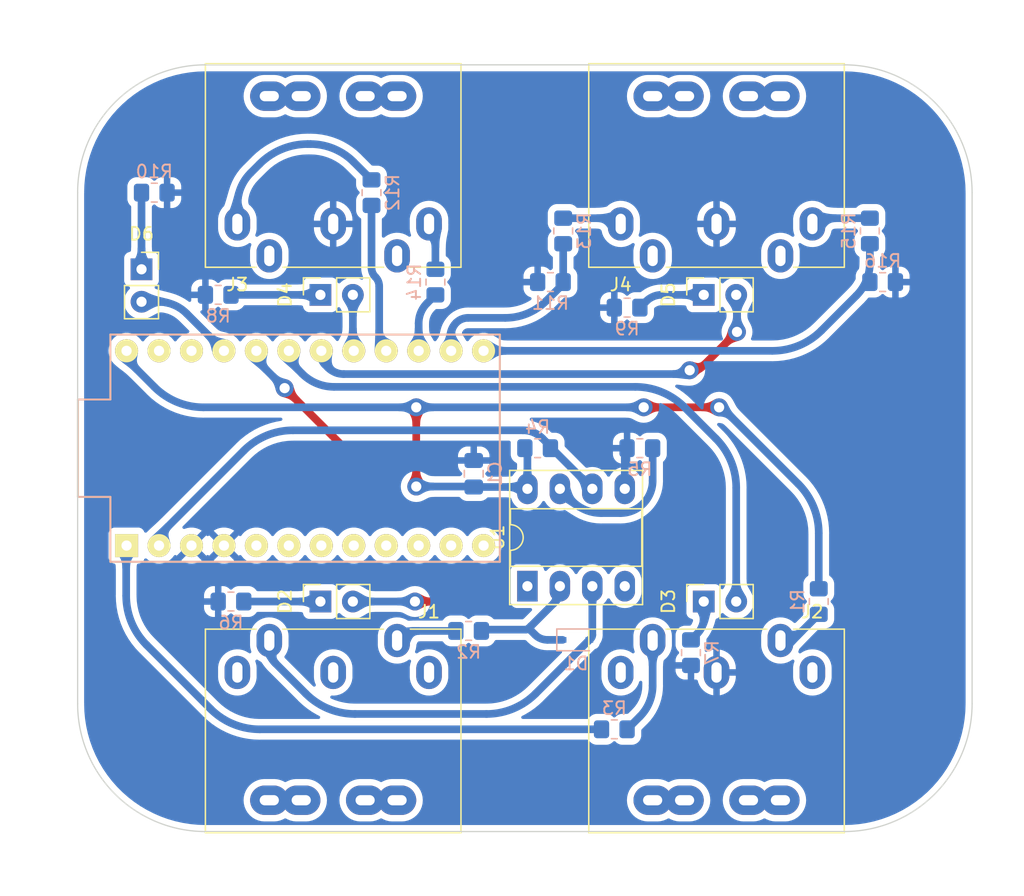
<source format=kicad_pcb>
(kicad_pcb (version 20211014) (generator pcbnew)
  (layers (0 "F.Cu" signal) (31 "B.Cu" signal) (34 "B.Paste" user) (35 "F.Paste" user) (36 "B.SilkS" user "B.Silkscreen") (37 "F.SilkS" user "F.Silkscreen") (38 "B.Mask" user) (39 "F.Mask" user) (44 "Edge.Cuts" user))
  (net 0 "")
  (net 1 "+5V")
  (net 5 "GND")
  (net 6 "Net-(D1-Pad1)")
  (net 8 "Net-(D1-Pad2)")
  (net 10 "Net-(D2-Pad1)")
  (net 12 "MIDI_IN_LED")
  (net 13 "MIDI_OUT_LED")
  (net 14 "SYNC_OUT_LED")
  (net 17 "SYNC_IN_LED")
  (net 18 "Net-(D3-Pad1)")
  (net 19 "POWER_LED")
  (net 22 "Net-(J3-Pad1)")
  (net 23 "Net-(D4-Pad1)")
  (net 25 "Net-(J3-Pad3)")
  (net 26 "Net-(D5-Pad1)")
  (net 27 "Net-(J4-Pad1)")
  (net 28 "Net-(D6-Pad1)")
  (net 29 "Net-(J4-Pad3)")
  (net 30 "Net-(J1-Pad4)")
  (net 31 "Net-(R5-Pad2)")
  (net 32 "START_IN")
  (net 41 "START_OUT")
  (net 42 "CLOCK_OUT")
  (net 43 "CLOCK_IN")
  (net 46 "Net-(J2-Pad4)")
  (net 47 "Net-(J2-Pad5)")
  (net 48 "TX")
  (net 49 "RX")
  (footprint "lib:DIN5MIDI-OOTDTY" (layer "F.Cu") (at 152.5 82.45)
    (fp_text reference "J4")
    (fp_text value "DIN-5_180degree")
  )
  (footprint "Package_DIP:DIP-8_W7.62mm_Socket_LongPads" (layer "F.Cu") (at 145.2 110.8 90)
    (fp_text reference "U1")
    (fp_text value "6N138")
  )
  (footprint "Connector_PinSocket_2.54mm:PinSocket_1x02_P2.54mm_Vertical" (layer "F.Cu") (at 159 88 90)
    (fp_text reference "D5")
    (fp_text value "LED")
  )
  (footprint "lib:DIN5MIDI-OOTDTY" (layer "F.Cu") (at 167.5 117.55 180)
    (fp_text reference "J2")
    (fp_text value "DIN-5_180degree")
  )
  (footprint "lib:promicro" (layer "F.Cu") (at 127.8 100)
    (fp_text reference "U2" hide)
    (fp_text value "ProMicro")
  )
  (footprint "Connector_PinSocket_2.54mm:PinSocket_1x02_P2.54mm_Vertical" (layer "F.Cu") (at 129 88 90)
    (fp_text reference "D4")
    (fp_text value "LED")
  )
  (footprint "Connector_PinSocket_2.54mm:PinSocket_1x02_P2.54mm_Vertical" (layer "F.Cu") (at 159 112 90)
    (fp_text reference "D3")
    (fp_text value "LED")
  )
  (footprint "Connector_PinSocket_2.54mm:PinSocket_1x02_P2.54mm_Vertical" (layer "F.Cu") (at 115 86)
    (fp_text reference "D6")
    (fp_text value "LED")
  )
  (footprint "lib:DIN5MIDI-OOTDTY" (layer "F.Cu") (at 137.5 117.55 180)
    (fp_text reference "J1")
    (fp_text value "DIN-5_180degree")
  )
  (footprint "Connector_PinSocket_2.54mm:PinSocket_1x02_P2.54mm_Vertical" (layer "F.Cu") (at 129 112 90)
    (fp_text reference "D2")
    (fp_text value "LED")
  )
  (footprint "lib:DIN5MIDI-OOTDTY" (layer "F.Cu") (at 122.5 82.45)
    (fp_text reference "J3")
    (fp_text value "DIN-5_180degree")
  )
  (footprint "Resistor_SMD:R_0805_2012Metric_Pad1.20x1.40mm_HandSolder" (layer "B.Cu") (at 133 80 90)
    (fp_text reference "R12")
    (fp_text value "220")
  )
  (footprint "Resistor_SMD:R_0805_2012Metric_Pad1.20x1.40mm_HandSolder" (layer "B.Cu") (at 122 112)
    (fp_text reference "R6")
    (fp_text value "470")
  )
  (footprint "Resistor_SMD:R_0805_2012Metric_Pad1.20x1.40mm_HandSolder" (layer "B.Cu") (at 138 87 -90)
    (fp_text reference "R14")
    (fp_text value "220")
  )
  (footprint "Resistor_SMD:R_0805_2012Metric_Pad1.20x1.40mm_HandSolder" (layer "B.Cu") (at 146 100 180)
    (fp_text reference "R4")
    (fp_text value "470")
  )
  (footprint "Resistor_SMD:R_0805_2012Metric_Pad1.20x1.40mm_HandSolder" (layer "B.Cu") (at 147 87)
    (fp_text reference "R11")
    (fp_text value "10k")
  )
  (footprint "Resistor_SMD:R_0805_2012Metric_Pad1.20x1.40mm_HandSolder" (layer "B.Cu") (at 153 89)
    (fp_text reference "R9")
    (fp_text value "470")
  )
  (footprint "Diode_SMD:D_SOD-323" (layer "B.Cu") (at 149 115)
    (fp_text reference "D1")
    (fp_text value "BAS316")
  )
  (footprint "Capacitor_SMD:C_0805_2012Metric_Pad1.18x1.45mm_HandSolder" (layer "B.Cu") (at 141 102 90)
    (fp_text reference "C1")
    (fp_text value "0.1u")
  )
  (footprint "Resistor_SMD:R_0805_2012Metric_Pad1.20x1.40mm_HandSolder" (layer "B.Cu") (at 148 83 90)
    (fp_text reference "R13")
    (fp_text value "220")
  )
  (footprint "Resistor_SMD:R_0805_2012Metric_Pad1.20x1.40mm_HandSolder" (layer "B.Cu") (at 173 87 180)
    (fp_text reference "R16")
    (fp_text value "10k")
  )
  (footprint "Resistor_SMD:R_0805_2012Metric_Pad1.20x1.40mm_HandSolder" (layer "B.Cu") (at 152 122 180)
    (fp_text reference "R3")
    (fp_text value "220")
  )
  (footprint "Resistor_SMD:R_0805_2012Metric_Pad1.20x1.40mm_HandSolder" (layer "B.Cu") (at 116 80 180)
    (fp_text reference "R10")
    (fp_text value "470")
  )
  (footprint "Resistor_SMD:R_0805_2012Metric_Pad1.20x1.40mm_HandSolder" (layer "B.Cu") (at 168 112 -90)
    (fp_text reference "R1")
    (fp_text value "220")
  )
  (footprint "Resistor_SMD:R_0805_2012Metric_Pad1.20x1.40mm_HandSolder" (layer "B.Cu") (at 158 116 90)
    (fp_text reference "R7")
    (fp_text value "470")
  )
  (footprint "Resistor_SMD:R_0805_2012Metric_Pad1.20x1.40mm_HandSolder" (layer "B.Cu") (at 154 100)
    (fp_text reference "R5")
    (fp_text value "10k")
  )
  (footprint "Resistor_SMD:R_0805_2012Metric_Pad1.20x1.40mm_HandSolder" (layer "B.Cu") (at 121 88)
    (fp_text reference "R8")
    (fp_text value "470")
  )
  (footprint "Resistor_SMD:R_0805_2012Metric_Pad1.20x1.40mm_HandSolder" (layer "B.Cu") (at 172 83 -90)
    (fp_text reference "R15")
    (fp_text value "220")
  )
  (footprint "Resistor_SMD:R_0805_2012Metric_Pad1.20x1.40mm_HandSolder" (layer "B.Cu") (at 140.6 114.3)
    (fp_text reference "R2")
    (fp_text value "220")
  )
  (gr_arc (start 180 120) (mid 177.071068 127.071068) (end 170 130) (layer "Edge.Cuts") (width 0.1))
  (gr_arc (start 110 80) (mid 112.928932 72.928932) (end 120 70) (layer "Edge.Cuts") (width 0.1))
  (gr_line (start 120 70) (end 170 70) (layer "Edge.Cuts") (width 0.1))
  (gr_arc (start 170 70) (mid 177.071068 72.928932) (end 180 80) (layer "Edge.Cuts") (width 0.1))
  (gr_line (start 110 120) (end 110 80) (layer "Edge.Cuts") (width 0.1))
  (gr_arc (start 120 130) (mid 112.928932 127.071068) (end 110 120) (layer "Edge.Cuts") (width 0.1))
  (gr_line (start 170 130) (end 120 130) (layer "Edge.Cuts") (width 0.1))
  (gr_line (start 180 80) (end 180 120) (layer "Edge.Cuts") (width 0.1))
  (segment (start 136.5 96.8) (end 136.5 103) (width 0.6) (layer "F.Cu") (net 1))
  (segment (start 160.2 96.8) (end 154.3 96.8) (width 0.6) (layer "F.Cu") (net 1))
  (via (at 154.3 96.8) (size 1.4) (drill 0.8) (layers "F.Cu" "B.Cu") (net 1))
  (via (at 136.5 103) (size 1.4) (drill 0.8) (layers "F.Cu" "B.Cu") (net 1))
  (via (at 136.5 96.8) (size 1.4) (drill 0.8) (layers "F.Cu" "B.Cu") (net 1))
  (via (at 160.2 96.8) (size 1.4) (drill 0.8) (layers "F.Cu" "B.Cu") (net 1))
  (segment (start 141.026516 103.0375) (end 144.956737 103.0375) (width 0.6) (layer "B.Cu") (net 1))
  (segment (start 136.5 96.8) (end 119.853963 96.8) (width 0.6) (layer "B.Cu") (net 1))
  (segment (start 160.3 96.8) (end 160.2 96.8) (width 0.6) (layer "B.Cu") (net 1))
  (segment (start 114.059809 93.259809) (end 116.006207 95.206207) (width 0.6) (layer "B.Cu") (net 1))
  (segment (start 140.935983 103) (end 136.5 103) (width 0.6) (layer "B.Cu") (net 1))
  (segment (start 145.1 100.1) (end 145 100) (width 0.6) (layer "B.Cu") (net 1))
  (segment (start 168 106.653963) (end 168 111) (width 0.6) (layer "B.Cu") (net 1))
  (segment (start 136.5 96.8) (end 154.3 96.8) (width 0.6) (layer "B.Cu") (net 1))
  (segment (start 113.83 92.705) (end 113.83 92.38) (width 0.6) (layer "B.Cu") (net 1))
  (segment (start 145.2 100.341421) (end 145.2 103.079237) (width 0.6) (layer "B.Cu") (net 1))
  (segment (start 166.406207 102.806207) (end 160.47071 96.87071) (width 0.6) (layer "B.Cu") (net 1))
  (arc (start 113.83 92.705) (mid 113.889725 93.00526) (end 114.059809 93.259809) (width 0.6) (layer "B.Cu") (net 1))
  (arc (start 140.98125 103.01875) (mid 140.960481 103.004872) (end 140.935983 103) (width 0.6) (layer "B.Cu") (net 1))
  (arc (start 116.006207 95.206207) (mid 117.771572 96.385786) (end 119.853963 96.8) (width 0.6) (layer "B.Cu") (net 1))
  (arc (start 145.12875 103.10875) (mid 145.174234 103.117797) (end 145.2 103.079237) (width 0.6) (layer "B.Cu") (net 1))
  (arc (start 140.98125 103.01875) (mid 141.002018 103.032627) (end 141.026516 103.0375) (width 0.6) (layer "B.Cu") (net 1))
  (arc (start 145.1 100.1) (mid 145.17401 100.210764) (end 145.2 100.341421) (width 0.6) (layer "B.Cu") (net 1))
  (arc (start 166.406207 102.806207) (mid 167.585786 104.571572) (end 168 106.653963) (width 0.6) (layer "B.Cu") (net 1))
  (arc (start 145.12875 103.10875) (mid 145.049829 103.056017) (end 144.956737 103.0375) (width 0.6) (layer "B.Cu") (net 1))
  (arc (start 160.47071 96.87071) (mid 160.392387 96.818376) (end 160.3 96.8) (width 0.6) (layer "B.Cu") (net 1))
  (segment (start 152.82 100.307279) (end 152.82 103.18) (width 0.6) (layer "B.Cu") (net 5))
  (segment (start 152.91 100.09) (end 153 100) (width 0.6) (layer "B.Cu") (net 5))
  (arc (start 152.91 100.09) (mid 152.84339 100.189688) (end 152.82 100.307279) (width 0.6) (layer "B.Cu") (net 5))
  (segment (start 147.74 111.23) (end 147.74 110.8) (width 0.6) (layer "B.Cu") (net 6))
  (segment (start 145.058578 114.2) (end 141.77071 114.2) (width 0.6) (layer "B.Cu") (net 6))
  (segment (start 145.47071 113.929289) (end 147.435944 111.964055) (width 0.6) (layer "B.Cu") (net 6))
  (segment (start 145.329289 114.07071) (end 145.3 114.1) (width 0.6) (layer "B.Cu") (net 6))
  (segment (start 141.65 114.25) (end 141.6 114.3) (width 0.6) (layer "B.Cu") (net 6))
  (segment (start 145.329289 114.07071) (end 145.47071 113.929289) (width 0.6) (layer "B.Cu") (net 6))
  (segment (start 145.8 114.6) (end 145.47071 114.27071) (width 0.6) (layer "B.Cu") (net 6))
  (segment (start 146.765685 115) (end 147.95 115) (width 0.6) (layer "B.Cu") (net 6))
  (arc (start 145.8 114.6) (mid 146.24306 114.896043) (end 146.765685 115) (width 0.6) (layer "B.Cu") (net 6))
  (arc (start 145.4 114.1) (mid 145.418376 114.192387) (end 145.47071 114.27071) (width 0.6) (layer "B.Cu") (net 6))
  (arc (start 145.47071 113.929289) (mid 145.418376 114.007611) (end 145.4 114.1) (width 0.6) (layer "B.Cu") (net 6))
  (arc (start 141.77071 114.2) (mid 141.705382 114.212994) (end 141.65 114.25) (width 0.6) (layer "B.Cu") (net 6))
  (arc (start 145.4 114.1) (mid 145.374429 114.061731) (end 145.329289 114.07071) (width 0.6) (layer "B.Cu") (net 6))
  (arc (start 147.74 111.23) (mid 147.660978 111.627267) (end 147.435944 111.964055) (width 0.6) (layer "B.Cu") (net 6))
  (arc (start 145.3 114.1) (mid 145.189234 114.17401) (end 145.058578 114.2) (width 0.6) (layer "B.Cu") (net 6))
  (segment (start 141.996036 120.8) (end 131.703963 120.8) (width 0.6) (layer "B.Cu") (net 8))
  (segment (start 125 115.7) (end 125 115.05) (width 0.6) (layer "B.Cu") (net 8))
  (segment (start 145.843792 119.206207) (end 149.935 115.115) (width 0.6) (layer "B.Cu") (net 8))
  (segment (start 127.856207 119.206207) (end 125.459619 116.809619) (width 0.6) (layer "B.Cu") (net 8))
  (segment (start 150.165 114.885) (end 149.935 115.115) (width 0.6) (layer "B.Cu") (net 8))
  (segment (start 150.28 114.607365) (end 150.28 110.8) (width 0.6) (layer "B.Cu") (net 8))
  (arc (start 127.856207 119.206207) (mid 129.621572 120.385786) (end 131.703963 120.8) (width 0.6) (layer "B.Cu") (net 8))
  (arc (start 125 115.7) (mid 125.119451 116.300521) (end 125.459619 116.809619) (width 0.6) (layer "B.Cu") (net 8))
  (arc (start 150.28 114.607365) (mid 150.250112 114.75762) (end 150.165 114.885) (width 0.6) (layer "B.Cu") (net 8))
  (arc (start 145.843792 119.206207) (mid 144.078426 120.385786) (end 141.996036 120.8) (width 0.6) (layer "B.Cu") (net 8))
  (segment (start 129 112) (end 123 112) (width 0.6) (layer "B.Cu") (net 10))
  (segment (start 141.651471 105) (end 138.153963 105) (width 0.6) (layer "F.Cu") (net 12))
  (segment (start 136.4 112) (end 139.090811 112) (width 0.6) (layer "F.Cu") (net 12))
  (segment (start 126.2 95.3) (end 134.306207 103.406207) (width 0.6) (layer "F.Cu") (net 12))
  (segment (start 142.349999 110.649999) (end 142.603984 110.396015) (width 0.6) (layer "F.Cu") (net 12))
  (segment (start 143.7 107.048528) (end 143.7 107.75) (width 0.6) (layer "F.Cu") (net 12))
  (via (at 136.4 112) (size 1.4) (drill 0.8) (layers "F.Cu" "B.Cu") (net 12))
  (via (at 126.2 95.3) (size 1.4) (drill 0.8) (layers "F.Cu" "B.Cu") (net 12))
  (arc (start 143.1 105.6) (mid 143.544065 106.26459) (end 143.7 107.048528) (width 0.6) (layer "F.Cu") (net 12))
  (arc (start 134.306207 103.406207) (mid 136.071572 104.585786) (end 138.153963 105) (width 0.6) (layer "F.Cu") (net 12))
  (arc (start 143.1 105.6) (mid 142.435409 105.155934) (end 141.651471 105) (width 0.6) (layer "F.Cu") (net 12))
  (arc (start 142.349999 110.649999) (mid 140.854671 111.649146) (end 139.090811 112) (width 0.6) (layer "F.Cu") (net 12))
  (arc (start 143.7 107.75) (mid 143.415154 109.182013) (end 142.603984 110.396015) (width 0.6) (layer "F.Cu") (net 12))
  (segment (start 136.4 112) (end 131.54 112) (width 0.6) (layer "B.Cu") (net 12))
  (segment (start 123.99 92.735) (end 123.99 92.38) (width 0.6) (layer "B.Cu") (net 12))
  (segment (start 124.241022 93.341022) (end 126.2 95.3) (width 0.6) (layer "B.Cu") (net 12))
  (arc (start 123.99 92.735) (mid 124.055238 93.062976) (end 124.241022 93.341022) (width 0.6) (layer "B.Cu") (net 12))
  (segment (start 126.53 92.755) (end 126.53 92.38) (width 0.6) (layer "B.Cu") (net 13))
  (segment (start 153.645556 95.19952) (end 130.062891 95.19952) (width 0.6) (layer "B.Cu") (net 13))
  (segment (start 157.493312 96.793312) (end 159.946207 99.246207) (width 0.6) (layer "B.Cu") (net 13))
  (segment (start 126.795165 93.395165) (end 127.56476 94.16476) (width 0.6) (layer "B.Cu") (net 13))
  (segment (start 161.54 103.093963) (end 161.54 112) (width 0.6) (layer "B.Cu") (net 13))
  (arc (start 159.946207 99.246207) (mid 161.125786 101.011572) (end 161.54 103.093963) (width 0.6) (layer "B.Cu") (net 13))
  (arc (start 127.56476 94.16476) (mid 128.710912 94.930594) (end 130.062891 95.19952) (width 0.6) (layer "B.Cu") (net 13))
  (arc (start 157.493312 96.793312) (mid 155.727946 95.613733) (end 153.645556 95.19952) (width 0.6) (layer "B.Cu") (net 13))
  (arc (start 126.53 92.755) (mid 126.598914 93.101454) (end 126.795165 93.395165) (width 0.6) (layer "B.Cu") (net 13))
  (segment (start 131.54 92.260502) (end 131.54 88) (width 0.6) (layer "B.Cu") (net 14))
  (segment (start 131.575 92.345) (end 131.61 92.38) (width 0.6) (layer "B.Cu") (net 14))
  (arc (start 131.54 92.260502) (mid 131.549096 92.306232) (end 131.575 92.345) (width 0.6) (layer "B.Cu") (net 14))
  (segment (start 161.6 90.9) (end 158.847487 93.652512) (width 0.6) (layer "F.Cu") (net 17))
  (segment (start 157.9 93.9) (end 158.25 93.9) (width 0.6) (layer "F.Cu") (net 17))
  (via (at 157.9 93.9) (size 1.4) (drill 0.8) (layers "F.Cu" "B.Cu") (net 17))
  (via (at 161.6 90.9) (size 1.4) (drill 0.8) (layers "F.Cu" "B.Cu") (net 17))
  (arc (start 158.847487 93.652512) (mid 158.573357 93.835679) (end 158.25 93.9) (width 0.6) (layer "F.Cu") (net 17))
  (segment (start 130.828319 94.2) (end 157.387867 94.2) (width 0.6) (layer "B.Cu") (net 17))
  (segment (start 129.07 92.775) (end 129.07 92.38) (width 0.6) (layer "B.Cu") (net 17))
  (segment (start 161.57 88.03) (end 161.54 88) (width 0.6) (layer "B.Cu") (net 17))
  (segment (start 129.585 93.685) (end 129.349307 93.449307) (width 0.6) (layer "B.Cu") (net 17))
  (segment (start 157.75 94.05) (end 157.9 93.9) (width 0.6) (layer "B.Cu") (net 17))
  (segment (start 161.6 90.9) (end 161.6 88.102426) (width 0.6) (layer "B.Cu") (net 17))
  (arc (start 157.75 94.05) (mid 157.583852 94.161016) (end 157.387867 94.2) (width 0.6) (layer "B.Cu") (net 17))
  (arc (start 129.585 93.685) (mid 130.155439 94.066155) (end 130.828319 94.2) (width 0.6) (layer "B.Cu") (net 17))
  (arc (start 161.57 88.03) (mid 161.592203 88.063229) (end 161.6 88.102426) (width 0.6) (layer "B.Cu") (net 17))
  (arc (start 129.07 92.775) (mid 129.142589 93.139932) (end 129.349307 93.449307) (width 0.6) (layer "B.Cu") (net 17))
  (segment (start 158.5 114.5) (end 158 115) (width 0.6) (layer "B.Cu") (net 18))
  (segment (start 159 113.292893) (end 159 112) (width 0.6) (layer "B.Cu") (net 18))
  (arc (start 159 113.292893) (mid 158.870054 113.946174) (end 158.5 114.5) (width 0.6) (layer "B.Cu") (net 18))
  (segment (start 116.305 88.54) (end 115 88.54) (width 0.6) (layer "B.Cu") (net 19))
  (segment (start 118.532774 89.462774) (end 121.45 92.38) (width 0.6) (layer "B.Cu") (net 19))
  (arc (start 118.532774 89.462774) (mid 117.510662 88.779821) (end 116.305 88.54) (width 0.6) (layer "B.Cu") (net 19))
  (segment (start 123.542982 78.457017) (end 124.244365 77.755634) (width 0.6) (layer "B.Cu") (net 22))
  (segment (start 122.5 80.975) (end 122.5 82.45) (width 0.6) (layer "B.Cu") (net 22))
  (segment (start 128.220101 76.2) (end 128 76.2) (width 0.6) (layer "B.Cu") (net 22))
  (segment (start 131.6 77.6) (end 133 79) (width 0.6) (layer "B.Cu") (net 22))
  (arc (start 128 76.2) (mid 125.967465 76.604296) (end 124.244365 77.755634) (width 0.6) (layer "B.Cu") (net 22))
  (arc (start 123.542982 78.457017) (mid 122.771062 79.612277) (end 122.5 80.975) (width 0.6) (layer "B.Cu") (net 22))
  (arc (start 131.6 77.6) (mid 130.049289 76.563848) (end 128.220101 76.2) (width 0.6) (layer "B.Cu") (net 22))
  (segment (start 122 88) (end 129 88) (width 0.6) (layer "B.Cu") (net 23))
  (segment (start 138 83.303553) (end 138 86) (width 0.6) (layer "B.Cu") (net 25))
  (segment (start 137.75 82.7) (end 137.5 82.45) (width 0.6) (layer "B.Cu") (net 25))
  (arc (start 137.75 82.7) (mid 137.935027 82.976912) (end 138 83.303553) (width 0.6) (layer "B.Cu") (net 25))
  (segment (start 155.707106 88) (end 159 88) (width 0.6) (layer "B.Cu") (net 26))
  (segment (start 154.5 88.5) (end 154 89) (width 0.6) (layer "B.Cu") (net 26))
  (arc (start 155.707106 88) (mid 155.053825 88.129945) (end 154.5 88.5) (width 0.6) (layer "B.Cu") (net 26))
  (segment (start 151.731801 82) (end 148 82) (width 0.6) (layer "B.Cu") (net 27))
  (segment (start 152.275 82.225) (end 152.5 82.45) (width 0.6) (layer "B.Cu") (net 27))
  (arc (start 152.275 82.225) (mid 152.025778 82.058475) (end 151.731801 82) (width 0.6) (layer "B.Cu") (net 27))
  (segment (start 115 86) (end 115 80) (width 0.6) (layer "B.Cu") (net 28))
  (segment (start 168.268198 82) (end 172 82) (width 0.6) (layer "B.Cu") (net 29))
  (segment (start 167.725 82.225) (end 167.5 82.45) (width 0.6) (layer "B.Cu") (net 29))
  (arc (start 168.268198 82) (mid 167.974221 82.058475) (end 167.725 82.225) (width 0.6) (layer "B.Cu") (net 29))
  (segment (start 135.375 114.675) (end 135 115.05) (width 0.6) (layer "B.Cu") (net 30))
  (segment (start 136.28033 114.3) (end 139.6 114.3) (width 0.6) (layer "B.Cu") (net 30))
  (arc (start 136.28033 114.3) (mid 135.790368 114.397459) (end 135.375 114.675) (width 0.6) (layer "B.Cu") (net 30))
  (segment (start 148.68976 104.12976) (end 147.74 103.18) (width 0.6) (layer "B.Cu") (net 31))
  (segment (start 155 102.553821) (end 155 100) (width 0.6) (layer "B.Cu") (net 31))
  (segment (start 152.474301 105.07952) (end 150.982683 105.07952) (width 0.6) (layer "B.Cu") (net 31))
  (arc (start 155 102.553821) (mid 154.807742 103.520364) (end 154.26024 104.33976) (width 0.6) (layer "B.Cu") (net 31))
  (arc (start 154.26024 104.33976) (mid 153.440844 104.887262) (end 152.474301 105.07952) (width 0.6) (layer "B.Cu") (net 31))
  (arc (start 148.68976 104.12976) (mid 149.741762 104.832685) (end 150.982683 105.07952) (width 0.6) (layer "B.Cu") (net 31))
  (segment (start 148 86.928588) (end 148 84) (width 0.6) (layer "B.Cu") (net 32))
  (segment (start 139.23 91.131543) (end 139.23 92.38) (width 0.6) (layer "B.Cu") (net 32))
  (segment (start 140.561543 89.8) (end 143.463916 89.8) (width 0.6) (layer "B.Cu") (net 32))
  (segment (start 147.949504 87.193319) (end 146.671412 88.471412) (width 0.6) (layer "B.Cu") (net 32))
  (segment (start 148 86.928588) (end 148 87.071412) (width 0.6) (layer "B.Cu") (net 32))
  (arc (start 146.671412 88.471412) (mid 145.1998 89.454711) (end 143.463916 89.8) (width 0.6) (layer "B.Cu") (net 32))
  (arc (start 148 87.071412) (mid 147.986876 87.137387) (end 147.949504 87.193319) (width 0.6) (layer "B.Cu") (net 32))
  (arc (start 139.62 90.19) (mid 139.331357 90.621983) (end 139.23 91.131543) (width 0.6) (layer "B.Cu") (net 32))
  (arc (start 140.561543 89.8) (mid 140.051983 89.901357) (end 139.62 90.19) (width 0.6) (layer "B.Cu") (net 32))
  (segment (start 133 85.875735) (end 133 81) (width 0.6) (layer "B.Cu") (net 41))
  (segment (start 133.6 87.324264) (end 133.6 91.441091) (width 0.6) (layer "B.Cu") (net 41))
  (segment (start 133.875 92.105) (end 134.15 92.38) (width 0.6) (layer "B.Cu") (net 41))
  (arc (start 133.6 91.441091) (mid 133.67147 91.800396) (end 133.875 92.105) (width 0.6) (layer "B.Cu") (net 41))
  (arc (start 133 85.875735) (mid 133.077967 86.267704) (end 133.3 86.6) (width 0.6) (layer "B.Cu") (net 41))
  (arc (start 133.3 86.6) (mid 133.522032 86.932295) (end 133.6 87.324264) (width 0.6) (layer "B.Cu") (net 41))
  (segment (start 137.345 88.655) (end 138 88) (width 0.6) (layer "B.Cu") (net 42))
  (segment (start 136.69 90.236309) (end 136.69 92.38) (width 0.6) (layer "B.Cu") (net 42))
  (arc (start 137.345 88.655) (mid 136.860228 89.38051) (end 136.69 90.236309) (width 0.6) (layer "B.Cu") (net 42))
  (segment (start 172 85.5) (end 172 84) (width 0.6) (layer "B.Cu") (net 43))
  (segment (start 164.366036 92.38) (end 141.77 92.38) (width 0.6) (layer "B.Cu") (net 43))
  (segment (start 170.939339 88.06066) (end 168.213792 90.786207) (width 0.6) (layer "B.Cu") (net 43))
  (arc (start 168.213792 90.786207) (mid 166.448426 91.965786) (end 164.366036 92.38) (width 0.6) (layer "B.Cu") (net 43))
  (arc (start 172 85.5) (mid 171.724343 86.885819) (end 170.939339 88.06066) (width 0.6) (layer "B.Cu") (net 43))
  (segment (start 166.285875 114.714124) (end 168 113) (width 0.6) (layer "B.Cu") (net 46))
  (segment (start 165.475 115.05) (end 165 115.05) (width 0.6) (layer "B.Cu") (net 46))
  (arc (start 166.285875 114.714124) (mid 165.913842 114.962708) (end 165.475 115.05) (width 0.6) (layer "B.Cu") (net 46))
  (segment (start 154 121) (end 153 122) (width 0.6) (layer "B.Cu") (net 47))
  (segment (start 155 118.585786) (end 155 115.05) (width 0.6) (layer "B.Cu") (net 47))
  (arc (start 155 118.585786) (mid 154.740108 119.892349) (end 154 121) (width 0.6) (layer "B.Cu") (net 47))
  (segment (start 113.8 111.546036) (end 113.8 107.671213) (width 0.6) (layer "B.Cu") (net 48))
  (segment (start 113.815 107.635) (end 113.83 107.62) (width 0.6) (layer "B.Cu") (net 48))
  (segment (start 124.253963 122) (end 151 122) (width 0.6) (layer "B.Cu") (net 48))
  (segment (start 115.393792 115.393792) (end 120.406207 120.406207) (width 0.6) (layer "B.Cu") (net 48))
  (arc (start 113.8 111.546036) (mid 114.214213 113.628426) (end 115.393792 115.393792) (width 0.6) (layer "B.Cu") (net 48))
  (arc (start 113.815 107.635) (mid 113.803898 107.651614) (end 113.8 107.671213) (width 0.6) (layer "B.Cu") (net 48))
  (arc (start 120.406207 120.406207) (mid 122.171572 121.585786) (end 124.253963 122) (width 0.6) (layer "B.Cu") (net 48))
  (segment (start 146.949504 99.80668) (end 146.371652 99.228828) (width 0.6) (layer "B.Cu") (net 49))
  (segment (start 116.37 107.225) (end 116.37 107.62) (width 0.6) (layer "B.Cu") (net 49))
  (segment (start 116.649307 106.550692) (end 123.005727 100.194272) (width 0.6) (layer "B.Cu") (net 49))
  (segment (start 147.135355 100.035355) (end 150.28 103.18) (width 0.6) (layer "B.Cu") (net 49))
  (segment (start 144.854685 98.60048) (end 126.853483 98.60048) (width 0.6) (layer "B.Cu") (net 49))
  (segment (start 147 99.928588) (end 147 99.95) (width 0.6) (layer "B.Cu") (net 49))
  (arc (start 126.853483 98.60048) (mid 124.771092 99.014693) (end 123.005727 100.194272) (width 0.6) (layer "B.Cu") (net 49))
  (arc (start 146.371652 99.228828) (mid 145.675661 98.763782) (end 144.854685 98.60048) (width 0.6) (layer "B.Cu") (net 49))
  (arc (start 146.949504 99.80668) (mid 146.986876 99.862611) (end 147 99.928588) (width 0.6) (layer "B.Cu") (net 49))
  (arc (start 147 99.95) (mid 147.014644 99.985355) (end 147.05 100) (width 0.6) (layer "B.Cu") (net 49))
  (arc (start 116.649307 106.550692) (mid 116.442589 106.860067) (end 116.37 107.225) (width 0.6) (layer "B.Cu") (net 49))
  (arc (start 147.135355 100.035355) (mid 147.096193 100.009188) (end 147.05 100) (width 0.6) (layer "B.Cu") (net 49))
  (zone (net 1) (net_name "+5V") (layer "F.Cu") (priority 16962) (connect_pads yes (clearance 0)) (min_thickness 0.0254) (fill yes (thermal_gap 0.508) (thermal_bridge_width 0.508))
    (polygon (pts (xy 136.2 101.61) (xy 136.196265 101.766785) (xy 136.185253 101.900132) (xy 136.167255 102.014805) (xy 136.14256 102.115569) (xy 136.111458 102.207187) (xy 136.07424 102.294426) (xy 136.031195 102.38205) (xy 135.982613 102.474823) (xy 135.928785 102.577511) (xy 135.87 102.694878) (xy 136.5 103.35) (xy 137.13 102.694878) (xy 137.071214 102.577511) (xy 137.017386 102.474823) (xy 136.968804 102.38205) (xy 136.925759 102.294426) (xy 136.888541 102.207187) (xy 136.857439 102.115569) (xy 136.832744 102.014805) (xy 136.814746 101.900132) (xy 136.803734 101.766785) (xy 136.8 101.61)))
  )
  (zone (net 12) (net_name "MIDI_IN_LED") (layer "F.Cu") (priority 16962) (connect_pads yes (clearance 0)) (min_thickness 0.0254) (fill yes (thermal_gap 0.508) (thermal_bridge_width 0.508))
    (polygon (pts (xy 127.395009 96.070745) (xy 127.286785 95.957239) (xy 127.200281 95.855163) (xy 127.131922 95.76135) (xy 127.078134 95.672638) (xy 127.035342 95.585862) (xy 126.999972 95.497858) (xy 126.96845 95.405462) (xy 126.937202 95.305509) (xy 126.902653 95.194835) (xy 126.861231 95.070278) (xy 125.952513 95.052513) (xy 125.970278 95.961231) (xy 126.094835 96.002653) (xy 126.205509 96.037202) (xy 126.305462 96.06845) (xy 126.397858 96.099972) (xy 126.485862 96.135342) (xy 126.572638 96.178134) (xy 126.66135 96.231922) (xy 126.755163 96.300281) (xy 126.857239 96.386785) (xy 126.970745 96.495009)))
  )
  (zone (net 17) (net_name "SYNC_IN_LED") (layer "F.Cu") (priority 16962) (connect_pads yes (clearance 0)) (min_thickness 0.0254) (fill yes (thermal_gap 0.508) (thermal_bridge_width 0.508))
    (polygon (pts (xy 158.922696 93.153039) (xy 158.83409 93.231068) (xy 158.749823 93.284794) (xy 158.668505 93.317383) (xy 158.588745 93.332003) (xy 158.509154 93.331821) (xy 158.428342 93.320005) (xy 158.34492 93.299722) (xy 158.257497 93.27414) (xy 158.164684 93.246425) (xy 158.065091 93.219747) (xy 157.557906 93.973966) (xy 158.394974 94.394974) (xy 158.498598 94.29511) (xy 158.591946 94.21197) (xy 158.67817 94.140789) (xy 158.76042 94.076805) (xy 158.841849 94.015255) (xy 158.925608 93.951376) (xy 159.014846 93.880403) (xy 159.112717 93.797576) (xy 159.222371 93.69813) (xy 159.34696 93.577303)))
  )
  (zone (net 1) (net_name "+5V") (layer "F.Cu") (priority 16962) (connect_pads yes (clearance 0)) (min_thickness 0.0254) (fill yes (thermal_gap 0.508) (thermal_bridge_width 0.508))
    (polygon (pts (xy 158.81 97.1) (xy 158.966785 97.103734) (xy 159.100132 97.114746) (xy 159.214805 97.132744) (xy 159.315569 97.157439) (xy 159.407187 97.188541) (xy 159.494426 97.225759) (xy 159.58205 97.268804) (xy 159.674823 97.317386) (xy 159.777511 97.371214) (xy 159.894878 97.43) (xy 160.55 96.8) (xy 159.894878 96.17) (xy 159.777511 96.228785) (xy 159.674823 96.282613) (xy 159.58205 96.331195) (xy 159.494426 96.37424) (xy 159.407187 96.411458) (xy 159.315569 96.44256) (xy 159.214805 96.467255) (xy 159.100132 96.485253) (xy 158.966785 96.496265) (xy 158.81 96.5)))
  )
  (zone (net 1) (net_name "+5V") (layer "F.Cu") (priority 16962) (connect_pads yes (clearance 0)) (min_thickness 0.0254) (fill yes (thermal_gap 0.508) (thermal_bridge_width 0.508))
    (polygon (pts (xy 155.69 96.5) (xy 155.533214 96.496265) (xy 155.399867 96.485253) (xy 155.285194 96.467255) (xy 155.18443 96.44256) (xy 155.092812 96.411458) (xy 155.005573 96.37424) (xy 154.917949 96.331195) (xy 154.825176 96.282613) (xy 154.722488 96.228785) (xy 154.605122 96.17) (xy 153.95 96.8) (xy 154.605122 97.43) (xy 154.722488 97.371214) (xy 154.825176 97.317386) (xy 154.917949 97.268804) (xy 155.005573 97.225759) (xy 155.092812 97.188541) (xy 155.18443 97.157439) (xy 155.285194 97.132744) (xy 155.399867 97.114746) (xy 155.533214 97.103734) (xy 155.69 97.1)))
  )
  (zone (net 12) (net_name "MIDI_IN_LED") (layer "F.Cu") (priority 16962) (connect_pads yes (clearance 0)) (min_thickness 0.0254) (fill yes (thermal_gap 0.508) (thermal_bridge_width 0.508))
    (polygon (pts (xy 137.79 111.7) (xy 137.633214 111.696265) (xy 137.499867 111.685253) (xy 137.385194 111.667255) (xy 137.28443 111.64256) (xy 137.192812 111.611458) (xy 137.105573 111.57424) (xy 137.017949 111.531195) (xy 136.925176 111.482613) (xy 136.822488 111.428785) (xy 136.705122 111.37) (xy 136.05 112) (xy 136.705122 112.63) (xy 136.822488 112.571214) (xy 136.925176 112.517386) (xy 137.017949 112.468804) (xy 137.105573 112.425759) (xy 137.192812 112.388541) (xy 137.28443 112.357439) (xy 137.385194 112.332744) (xy 137.499867 112.314746) (xy 137.633214 112.303734) (xy 137.79 112.3)))
  )
  (zone (net 1) (net_name "+5V") (layer "F.Cu") (priority 16962) (connect_pads yes (clearance 0)) (min_thickness 0.0254) (fill yes (thermal_gap 0.508) (thermal_bridge_width 0.508))
    (polygon (pts (xy 136.8 98.19) (xy 136.803734 98.033214) (xy 136.814746 97.899867) (xy 136.832744 97.785194) (xy 136.857439 97.68443) (xy 136.888541 97.592812) (xy 136.925759 97.505573) (xy 136.968804 97.417949) (xy 137.017386 97.325176) (xy 137.071214 97.222488) (xy 137.13 97.105122) (xy 136.5 96.45) (xy 135.87 97.105122) (xy 135.928785 97.222488) (xy 135.982613 97.325176) (xy 136.031195 97.417949) (xy 136.07424 97.505573) (xy 136.111458 97.592812) (xy 136.14256 97.68443) (xy 136.167255 97.785194) (xy 136.185253 97.899867) (xy 136.196265 98.033214) (xy 136.2 98.19)))
  )
  (zone (net 17) (net_name "SYNC_IN_LED") (layer "F.Cu") (priority 16962) (connect_pads yes (clearance 0)) (min_thickness 0.0254) (fill yes (thermal_gap 0.508) (thermal_bridge_width 0.508))
    (polygon (pts (xy 160.829255 92.095009) (xy 160.94276 91.986785) (xy 161.044836 91.900281) (xy 161.138649 91.831922) (xy 161.227361 91.778134) (xy 161.314137 91.735342) (xy 161.402141 91.699972) (xy 161.494537 91.66845) (xy 161.59449 91.637202) (xy 161.705164 91.602653) (xy 161.829722 91.561231) (xy 161.847487 90.652513) (xy 160.938769 90.670278) (xy 160.897346 90.794835) (xy 160.862797 90.905509) (xy 160.831549 91.005462) (xy 160.800027 91.097858) (xy 160.764658 91.185862) (xy 160.721865 91.272638) (xy 160.668077 91.36135) (xy 160.599718 91.455163) (xy 160.513214 91.557239) (xy 160.404991 91.670745)))
  )
  (zone (net 18) (net_name "Net-(D3-Pad1)") (layer "B.Cu") (priority 16962) (connect_pads yes (clearance 0)) (min_thickness 0.0254) (fill yes (thermal_gap 0.508) (thermal_bridge_width 0.508))
    (polygon (pts (xy 159.056296 114.251482) (xy 159.17923 114.009224) (xy 159.270605 113.797409) (xy 159.337764 113.609431) (xy 159.388052 113.438681) (xy 159.428814 113.278552) (xy 159.467394 113.122437) (xy 159.511137 112.963727) (xy 159.567388 112.795815) (xy 159.643491 112.612094) (xy 159.746792 112.405956) (xy 159 111.575) (xy 158.235 112.370506) (xy 158.326285 112.545811) (xy 158.417479 112.704818) (xy 158.503459 112.852315) (xy 158.579105 112.993094) (xy 158.639294 113.131944) (xy 158.678906 113.273656) (xy 158.692818 113.423019) (xy 158.675911 113.584825) (xy 158.623062 113.763864) (xy 158.52915 113.964926)))
  )
  (zone (net 23) (net_name "Net-(D4-Pad1)") (layer "B.Cu") (priority 16962) (connect_pads yes (clearance 0)) (min_thickness 0.0254) (fill yes (thermal_gap 0.508) (thermal_bridge_width 0.508))
    (polygon (pts (xy 127.31 88.3) (xy 127.502556 88.306059) (xy 127.664743 88.323612) (xy 127.802898 88.351717) (xy 127.923359 88.389436) (xy 128.032464 88.435829) (xy 128.136552 88.489955) (xy 128.241961 88.550875) (xy 128.355029 88.617649) (xy 128.482093 88.689337) (xy 128.629494 88.765) (xy 129.425 88) (xy 128.629494 87.235) (xy 128.482093 87.310662) (xy 128.355029 87.38235) (xy 128.241961 87.449124) (xy 128.136552 87.510044) (xy 128.032464 87.56417) (xy 127.923359 87.610563) (xy 127.802898 87.648282) (xy 127.664743 87.676387) (xy 127.502556 87.69394) (xy 127.31 87.7)))
  )
  (zone (net 12) (net_name "MIDI_IN_LED") (layer "B.Cu") (priority 16962) (connect_pads yes (clearance 0)) (min_thickness 0.0254) (fill yes (thermal_gap 0.508) (thermal_bridge_width 0.508))
    (polygon (pts (xy 125.023706 93.699442) (xy 124.913541 93.57496) (xy 124.837809 93.457895) (xy 124.791607 93.34577) (xy 124.77003 93.236109) (xy 124.768175 93.126437) (xy 124.781138 93.014276) (xy 124.804016 92.897151) (xy 124.831905 92.772585) (xy 124.8599 92.638102) (xy 124.8831 92.491226) (xy 123.845406 91.953864) (xy 123.353604 93.016396) (xy 123.494297 93.15321) (xy 123.618947 93.267332) (xy 123.732227 93.365097) (xy 123.838811 93.452842) (xy 123.943374 93.536902) (xy 124.050589 93.623614) (xy 124.165129 93.719315) (xy 124.291668 93.830339) (xy 124.434881 93.963024) (xy 124.599442 94.123706)))
  )
  (zone (net 13) (net_name "MIDI_OUT_LED") (layer "B.Cu") (priority 16962) (connect_pads yes (clearance 0)) (min_thickness 0.0254) (fill yes (thermal_gap 0.508) (thermal_bridge_width 0.508))
    (polygon (pts (xy 161.24 110.31) (xy 161.23394 110.502556) (xy 161.216387 110.664743) (xy 161.188282 110.802898) (xy 161.150563 110.923359) (xy 161.10417 111.032464) (xy 161.050044 111.136552) (xy 160.989124 111.241961) (xy 160.92235 111.355029) (xy 160.850662 111.482093) (xy 160.775 111.629494) (xy 161.54 112.425) (xy 162.305 111.629494) (xy 162.229337 111.482093) (xy 162.157649 111.355029) (xy 162.090875 111.241961) (xy 162.029955 111.136552) (xy 161.975829 111.032464) (xy 161.929436 110.923359) (xy 161.891717 110.802898) (xy 161.863612 110.664743) (xy 161.846059 110.502556) (xy 161.84 110.31)))
  )
  (zone (net 19) (net_name "POWER_LED") (layer "B.Cu") (priority 16962) (connect_pads yes (clearance 0)) (min_thickness 0.0254) (fill yes (thermal_gap 0.508) (thermal_bridge_width 0.508))
    (polygon (pts (xy 117.224685 88.364808) (xy 116.964901 88.294962) (xy 116.74285 88.238313) (xy 116.550579 88.190817) (xy 116.380135 88.148431) (xy 116.223566 88.107111) (xy 116.07292 88.062815) (xy 115.920243 88.011499) (xy 115.757584 87.94912) (xy 115.576989 87.871634) (xy 115.370506 87.775) (xy 114.575 88.54) (xy 115.370506 89.305) (xy 115.555571 89.211059) (xy 115.719663 89.122613) (xy 115.869345 89.042412) (xy 116.011176 88.973209) (xy 116.15172 88.917757) (xy 116.297536 88.878809) (xy 116.455188 88.859117) (xy 116.631235 88.861433) (xy 116.83224 88.888511) (xy 117.064765 88.943102)))
  )
  (zone (net 41) (net_name "START_OUT") (layer "B.Cu") (priority 16962) (connect_pads yes (clearance 0)) (min_thickness 0.0254) (fill yes (thermal_gap 0.508) (thermal_bridge_width 0.508))
    (polygon (pts (xy 133.3 90.738511) (xy 133.2986 90.965161) (xy 133.2948 91.157534) (xy 133.289199 91.323275) (xy 133.2824 91.470029) (xy 133.275 91.605443) (xy 133.2676 91.737162) (xy 133.260799 91.872832) (xy 133.2552 92.020097) (xy 133.2514 92.186605) (xy 133.25 92.38) (xy 134.36812 92.773603) (xy 134.668333 91.644249) (xy 134.546542 91.564278) (xy 134.429964 91.495427) (xy 134.320389 91.432643) (xy 134.219609 91.370871) (xy 134.129418 91.305059) (xy 134.051606 91.230153) (xy 133.987966 91.141098) (xy 133.940291 91.032842) (xy 133.910371 90.900331) (xy 133.9 90.738511)))
  )
  (zone (net 19) (net_name "POWER_LED") (layer "B.Cu") (priority 16962) (connect_pads yes (clearance 0)) (min_thickness 0.0254) (fill yes (thermal_gap 0.508) (thermal_bridge_width 0.508))
    (polygon (pts (xy 119.972147 91.326411) (xy 120.111944 91.475879) (xy 120.219501 91.611355) (xy 120.300488 91.73687) (xy 120.360577 91.856459) (xy 120.405439 91.974153) (xy 120.440745 92.093986) (xy 120.472167 92.21999) (xy 120.505377 92.356198) (xy 120.546046 92.506642) (xy 120.599845 92.675357) (xy 121.768198 92.698198) (xy 121.745357 91.529845) (xy 121.576642 91.476046) (xy 121.426198 91.435377) (xy 121.28999 91.402167) (xy 121.163986 91.370745) (xy 121.044153 91.335439) (xy 120.926459 91.290577) (xy 120.80687 91.230488) (xy 120.681355 91.149501) (xy 120.545879 91.041944) (xy 120.396411 90.902147)))
  )
  (zone (net 29) (net_name "Net-(J4-Pad3)") (layer "B.Cu") (priority 16962) (connect_pads yes (clearance 0)) (min_thickness 0.0254) (fill yes (thermal_gap 0.508) (thermal_bridge_width 0.508))
    (polygon (pts (xy 169.398198 81.7) (xy 169.13458 81.693) (xy 168.911955 81.674) (xy 168.721101 81.645999) (xy 168.552795 81.612) (xy 168.397815 81.575) (xy 168.246937 81.538) (xy 168.090939 81.504) (xy 167.920599 81.476) (xy 167.726693 81.457) (xy 167.5 81.45) (xy 167.052966 82.673965) (xy 168.292853 83.059412) (xy 168.39081 82.927415) (xy 168.477936 82.805447) (xy 168.559339 82.694419) (xy 168.64013 82.59524) (xy 168.72542 82.508821) (xy 168.820317 82.436074) (xy 168.929934 82.377907) (xy 169.059379 82.335232) (xy 169.213764 82.308959) (xy 169.398198 82.3)))
  )
  (zone (net 10) (net_name "Net-(D2-Pad1)") (layer "B.Cu") (priority 16962) (connect_pads yes (clearance 0)) (min_thickness 0.0254) (fill yes (thermal_gap 0.508) (thermal_bridge_width 0.508))
    (polygon (pts (xy 127.31 112.3) (xy 127.502556 112.306059) (xy 127.664743 112.323612) (xy 127.802898 112.351717) (xy 127.923359 112.389436) (xy 128.032464 112.435829) (xy 128.136552 112.489955) (xy 128.241961 112.550875) (xy 128.355029 112.617649) (xy 128.482093 112.689337) (xy 128.629494 112.765) (xy 129.425 112) (xy 128.629494 111.235) (xy 128.482093 111.310662) (xy 128.355029 111.38235) (xy 128.241961 111.449124) (xy 128.136552 111.510044) (xy 128.032464 111.56417) (xy 127.923359 111.610563) (xy 127.802898 111.648282) (xy 127.664743 111.676387) (xy 127.502556 111.69394) (xy 127.31 111.7)))
  )
  (zone (net 1) (net_name "+5V") (layer "B.Cu") (priority 16962) (connect_pads yes (clearance 0)) (min_thickness 0.0254) (fill yes (thermal_gap 0.508) (thermal_bridge_width 0.508))
    (polygon (pts (xy 152.91 97.1) (xy 153.066785 97.103734) (xy 153.200132 97.114746) (xy 153.314805 97.132744) (xy 153.415569 97.157439) (xy 153.507187 97.188541) (xy 153.594426 97.225759) (xy 153.68205 97.268804) (xy 153.774823 97.317386) (xy 153.877511 97.371214) (xy 153.994878 97.43) (xy 154.65 96.8) (xy 153.994878 96.17) (xy 153.877511 96.228785) (xy 153.774823 96.282613) (xy 153.68205 96.331195) (xy 153.594426 96.37424) (xy 153.507187 96.411458) (xy 153.415569 96.44256) (xy 153.314805 96.467255) (xy 153.200132 96.485253) (xy 153.066785 96.496265) (xy 152.91 96.5)))
  )
  (zone (net 27) (net_name "Net-(J4-Pad1)") (layer "B.Cu") (priority 16962) (connect_pads yes (clearance 0)) (min_thickness 0.0254) (fill yes (thermal_gap 0.508) (thermal_bridge_width 0.508))
    (polygon (pts (xy 150.601801 82.3) (xy 150.786235 82.308959) (xy 150.940619 82.335232) (xy 151.070065 82.377907) (xy 151.179681 82.436074) (xy 151.274579 82.508822) (xy 151.359869 82.595241) (xy 151.44066 82.69442) (xy 151.522064 82.805448) (xy 151.609189 82.927416) (xy 151.707148 83.059413) (xy 152.947034 82.673965) (xy 152.5 81.45) (xy 152.273306 81.457) (xy 152.0794 81.476) (xy 151.90906 81.503999) (xy 151.753062 81.538) (xy 151.602184 81.575) (xy 151.447203 81.612) (xy 151.278897 81.646) (xy 151.088043 81.674) (xy 150.865418 81.693) (xy 150.601801 81.7)))
  )
  (zone (net 48) (net_name "TX") (layer "B.Cu") (priority 16962) (connect_pads yes (clearance 0)) (min_thickness 0.0254) (fill yes (thermal_gap 0.508) (thermal_bridge_width 0.508))
    (polygon (pts (xy 114.1 109.421213) (xy 114.106839 109.217826) (xy 114.126659 109.046892) (xy 114.158408 108.901671) (xy 114.201038 108.775425) (xy 114.253497 108.661415) (xy 114.314737 108.552901) (xy 114.383707 108.443145) (xy 114.459357 108.325407) (xy 114.540637 108.192949) (xy 114.626499 108.039032) (xy 113.844971 107.17025) (xy 113.007397 107.985134) (xy 113.084801 108.148158) (xy 113.15915 108.288077) (xy 113.229243 108.411936) (xy 113.293881 108.526784) (xy 113.351865 108.639665) (xy 113.401995 108.757627) (xy 113.443073 108.887716) (xy 113.473899 109.036979) (xy 113.493275 109.212462) (xy 113.5 109.421213)))
  )
  (zone (net 12) (net_name "MIDI_IN_LED") (layer "B.Cu") (priority 16962) (connect_pads yes (clearance 0)) (min_thickness 0.0254) (fill yes (thermal_gap 0.508) (thermal_bridge_width 0.508))
    (polygon (pts (xy 133.23 111.7) (xy 133.037443 111.69394) (xy 132.875256 111.676387) (xy 132.737101 111.648282) (xy 132.61664 111.610563) (xy 132.507535 111.56417) (xy 132.403447 111.510044) (xy 132.298038 111.449124) (xy 132.18497 111.38235) (xy 132.057906 111.310662) (xy 131.910506 111.235) (xy 131.115 112) (xy 131.910506 112.765) (xy 132.057906 112.689337) (xy 132.18497 112.617649) (xy 132.298038 112.550875) (xy 132.403447 112.489955) (xy 132.507535 112.435829) (xy 132.61664 112.389436) (xy 132.737101 112.351717) (xy 132.875256 112.323612) (xy 133.037443 112.306059) (xy 133.23 112.3)))
  )
  (zone (net 26) (net_name "Net-(D5-Pad1)") (layer "B.Cu") (priority 16962) (connect_pads yes (clearance 0)) (min_thickness 0.0254) (fill yes (thermal_gap 0.508) (thermal_bridge_width 0.508))
    (polygon (pts (xy 157.31 88.3) (xy 157.502556 88.306059) (xy 157.664743 88.323612) (xy 157.802898 88.351717) (xy 157.923359 88.389436) (xy 158.032464 88.435829) (xy 158.136552 88.489955) (xy 158.241961 88.550875) (xy 158.355029 88.617649) (xy 158.482093 88.689337) (xy 158.629494 88.765) (xy 159.425 88) (xy 158.629494 87.235) (xy 158.482093 87.310662) (xy 158.355029 87.38235) (xy 158.241961 87.449124) (xy 158.136552 87.510044) (xy 158.032464 87.56417) (xy 157.923359 87.610563) (xy 157.802898 87.648282) (xy 157.664743 87.676387) (xy 157.502556 87.69394) (xy 157.31 87.7)))
  )
  (zone (net 6) (net_name "Net-(D1-Pad1)") (layer "B.Cu") (priority 16962) (connect_pads yes (clearance 0)) (min_thickness 0.0254) (fill yes (thermal_gap 0.508) (thermal_bridge_width 0.508))
    (polygon (pts (xy 147.383145 112.441119) (xy 147.519346 112.300636) (xy 147.631058 112.177304) (xy 147.723802 112.067435) (xy 147.8031 111.967344) (xy 147.874472 111.873344) (xy 147.943439 111.781749) (xy 148.015523 111.688871) (xy 148.096244 111.591026) (xy 148.191125 111.484526) (xy 148.305685 111.365685) (xy 147.812848 110.40669) (xy 146.968534 111.011752) (xy 147.005012 111.129226) (xy 147.044554 111.238494) (xy 147.082892 111.341221) (xy 147.115755 111.439069) (xy 147.138875 111.533702) (xy 147.147981 111.626782) (xy 147.138804 111.719975) (xy 147.107074 111.814941) (xy 147.048523 111.913347) (xy 146.95888 112.016854)))
  )
  (zone (net 43) (net_name "CLOCK_IN") (layer "B.Cu") (priority 16962) (connect_pads yes (clearance 0)) (min_thickness 0.0254) (fill yes (thermal_gap 0.508) (thermal_bridge_width 0.508))
    (polygon (pts (xy 143.56 92.08) (xy 143.355457 92.073161) (xy 143.183607 92.05342) (xy 143.037587 92.021933) (xy 142.910536 91.97986) (xy 142.795592 91.928359) (xy 142.685892 91.86859) (xy 142.574574 91.801711) (xy 142.454778 91.72888) (xy 142.31964 91.651257) (xy 142.1623 91.57) (xy 141.32 92.38) (xy 142.1623 93.19) (xy 142.31964 93.108742) (xy 142.454778 93.031119) (xy 142.574574 92.958288) (xy 142.685892 92.891409) (xy 142.795592 92.83164) (xy 142.910536 92.780139) (xy 143.037587 92.738066) (xy 143.183607 92.706579) (xy 143.355457 92.686838) (xy 143.56 92.68)))
  )
  (zone (net 28) (net_name "Net-(D6-Pad1)") (layer "B.Cu") (priority 16962) (connect_pads yes (clearance 0)) (min_thickness 0.0254) (fill yes (thermal_gap 0.508) (thermal_bridge_width 0.508))
    (polygon (pts (xy 114.7 84.31) (xy 114.69394 84.502556) (xy 114.676387 84.664743) (xy 114.648282 84.802898) (xy 114.610563 84.923359) (xy 114.56417 85.032464) (xy 114.510044 85.136552) (xy 114.449124 85.241961) (xy 114.38235 85.355029) (xy 114.310662 85.482093) (xy 114.235 85.629494) (xy 115 86.425) (xy 115.765 85.629494) (xy 115.689337 85.482093) (xy 115.617649 85.355029) (xy 115.550875 85.241961) (xy 115.489955 85.136552) (xy 115.435829 85.032464) (xy 115.389436 84.923359) (xy 115.351717 84.802898) (xy 115.323612 84.664743) (xy 115.306059 84.502556) (xy 115.3 84.31)))
  )
  (zone (net 17) (net_name "SYNC_IN_LED") (layer "B.Cu") (priority 16962) (connect_pads yes (clearance 0)) (min_thickness 0.0254) (fill yes (thermal_gap 0.508) (thermal_bridge_width 0.508))
    (polygon (pts (xy 130.434357 93.845774) (xy 130.255356 93.779234) (xy 130.117317 93.693594) (xy 130.01581 93.590674) (xy 129.946401 93.472293) (xy 129.904658 93.340269) (xy 129.886149 93.196422) (xy 129.886442 93.042572) (xy 129.901104 92.880536) (xy 129.925704 92.712135) (xy 129.955809 92.539188) (xy 128.948578 91.946692) (xy 128.826875 93.246539) (xy 129.028461 93.324697) (xy 129.183941 93.426945) (xy 129.305849 93.547545) (xy 129.406724 93.680756) (xy 129.4991 93.82084) (xy 129.595514 93.962057) (xy 129.708502 94.098667) (xy 129.850601 94.224932) (xy 130.034346 94.335111) (xy 130.272275 94.423466)))
  )
  (zone (net 32) (net_name "START_IN") (layer "B.Cu") (priority 16962) (connect_pads yes (clearance 0)) (min_thickness 0.0254) (fill yes (thermal_gap 0.508) (thermal_bridge_width 0.508))
    (polygon (pts (xy 139.288715 90.110837) (xy 139.138827 90.318954) (xy 139.032883 90.508626) (xy 138.960553 90.683644) (xy 138.91151 90.8478) (xy 138.875425 91.004884) (xy 138.841969 91.15869) (xy 138.800815 91.313008) (xy 138.741633 91.471631) (xy 138.654095 91.638349) (xy 138.527874 91.816956) (xy 139.23 92.83) (xy 140.04 91.9877) (xy 139.950381 91.819728) (xy 139.855967 91.664332) (xy 139.763665 91.51828) (xy 139.680379 91.378342) (xy 139.613018 91.241287) (xy 139.568487 91.103885) (xy 139.553694 90.962905) (xy 139.575543 90.815118) (xy 139.640943 90.657293) (xy 139.756799 90.486199)))
  )
  (zone (net 46) (net_name "Net-(J2-Pad4)") (layer "B.Cu") (priority 16962) (connect_pads yes (clearance 0)) (min_thickness 0.0254) (fill yes (thermal_gap 0.508) (thermal_bridge_width 0.508))
    (polygon (pts (xy 166.532904 114.042832) (xy 166.397656 114.160215) (xy 166.26986 114.236635) (xy 166.147012 114.277925) (xy 166.026605 114.289921) (xy 165.906134 114.278457) (xy 165.783094 114.249365) (xy 165.654978 114.208481) (xy 165.519281 114.161638) (xy 165.373498 114.114671) (xy 165.215123 114.073414) (xy 164.513651 115.166036) (xy 165.707106 115.757106) (xy 165.857241 115.605851) (xy 165.98518 115.474876) (xy 166.097152 115.35843) (xy 166.199386 115.250763) (xy 166.298113 115.146124) (xy 166.399562 115.038763) (xy 166.509962 114.92293) (xy 166.635543 114.792874) (xy 166.782535 114.642846) (xy 166.957168 114.467096)))
  )
  (zone (net 1) (net_name "+5V") (layer "B.Cu") (priority 16962) (connect_pads yes (clearance 0)) (min_thickness 0.0254) (fill yes (thermal_gap 0.508) (thermal_bridge_width 0.508))
    (polygon (pts (xy 144.9 101.579237) (xy 144.894767 101.761271) (xy 144.879529 101.915086) (xy 144.854974 102.046529) (xy 144.821789 102.161445) (xy 144.780663 102.265681) (xy 144.732284 102.365084) (xy 144.67734 102.465499) (xy 144.616519 102.572774) (xy 144.55051 102.692755) (xy 144.48 102.831289) (xy 145.2 103.58) (xy 145.92 102.831289) (xy 145.849489 102.692755) (xy 145.78348 102.572774) (xy 145.722659 102.465499) (xy 145.667715 102.365084) (xy 145.619336 102.265681) (xy 145.57821 102.161445) (xy 145.545025 102.046529) (xy 145.52047 101.915086) (xy 145.505232 101.761271) (xy 145.5 101.579237)))
  )
  (zone (net 30) (net_name "Net-(J1-Pad4)") (layer "B.Cu") (priority 16962) (connect_pads yes (clearance 0)) (min_thickness 0.0254) (fill yes (thermal_gap 0.508) (thermal_bridge_width 0.508))
    (polygon (pts (xy 136.764754 114) (xy 136.521266 114.0014) (xy 136.314887 114.0052) (xy 136.137285 114.010799) (xy 135.980129 114.0176) (xy 135.835087 114.025) (xy 135.693829 114.0324) (xy 135.548023 114.0392) (xy 135.389336 114.0448) (xy 135.209439 114.0486) (xy 135 114.05) (xy 134.586754 115.331474) (xy 135.866913 115.548459) (xy 135.942218 115.40399) (xy 136.004735 115.26349) (xy 136.060466 115.129604) (xy 136.115413 115.004981) (xy 136.175579 114.892267) (xy 136.246965 114.79411) (xy 136.335573 114.713158) (xy 136.447406 114.652057) (xy 136.588465 114.613455) (xy 136.764754 114.6)))
  )
  (zone (net 13) (net_name "MIDI_OUT_LED") (layer "B.Cu") (priority 16962) (connect_pads yes (clearance 0)) (min_thickness 0.0254) (fill yes (thermal_gap 0.508) (thermal_bridge_width 0.508))
    (polygon (pts (xy 127.53689 93.712626) (xy 127.428261 93.589515) (xy 127.354086 93.473537) (xy 127.309521 93.36231) (xy 127.289718 93.253449) (xy 127.289833 93.144573) (xy 127.30502 93.033298) (xy 127.330434 92.917241) (xy 127.361229 92.794021) (xy 127.392559 92.661254) (xy 127.419579 92.516557) (xy 126.397572 91.949928) (xy 125.893604 93.016396) (xy 126.032844 93.152877) (xy 126.155257 93.267802) (xy 126.265708 93.367218) (xy 126.369063 93.457173) (xy 126.470186 93.543714) (xy 126.573943 93.632889) (xy 126.685201 93.730747) (xy 126.808823 93.843334) (xy 126.949676 93.976699) (xy 127.112626 94.13689)))
  )
  (zone (net 17) (net_name "SYNC_IN_LED") (layer "B.Cu") (priority 16962) (connect_pads yes (clearance 0)) (min_thickness 0.0254) (fill yes (thermal_gap 0.508) (thermal_bridge_width 0.508))
    (polygon (pts (xy 161.9 89.702426) (xy 161.905859 89.502633) (xy 161.922739 89.334232) (xy 161.949596 89.190548) (xy 161.985384 89.064901) (xy 162.029058 88.950615) (xy 162.079572 88.841012) (xy 162.135881 88.729414) (xy 162.19694 88.609144) (xy 162.261703 88.473524) (xy 162.329126 88.315878) (xy 161.51016 87.576049) (xy 160.802903 88.423305) (xy 160.887024 88.562837) (xy 160.965539 88.683637) (xy 161.037681 88.791761) (xy 161.102686 88.893264) (xy 161.159789 88.994203) (xy 161.208225 89.100636) (xy 161.247229 89.218618) (xy 161.276036 89.354206) (xy 161.293881 89.513456) (xy 161.3 89.702426)))
  )
  (zone (net 12) (net_name "MIDI_IN_LED") (layer "B.Cu") (priority 16962) (connect_pads yes (clearance 0)) (min_thickness 0.0254) (fill yes (thermal_gap 0.508) (thermal_bridge_width 0.508))
    (polygon (pts (xy 135.01 112.3) (xy 135.166785 112.303734) (xy 135.300132 112.314746) (xy 135.414805 112.332744) (xy 135.515569 112.357439) (xy 135.607187 112.388541) (xy 135.694426 112.425759) (xy 135.78205 112.468804) (xy 135.874823 112.517386) (xy 135.977511 112.571214) (xy 136.094878 112.63) (xy 136.75 112) (xy 136.094878 111.37) (xy 135.977511 111.428785) (xy 135.874823 111.482613) (xy 135.78205 111.531195) (xy 135.694426 111.57424) (xy 135.607187 111.611458) (xy 135.515569 111.64256) (xy 135.414805 111.667255) (xy 135.300132 111.685253) (xy 135.166785 111.696265) (xy 135.01 111.7)))
  )
  (zone (net 47) (net_name "Net-(J2-Pad5)") (layer "B.Cu") (priority 16962) (connect_pads yes (clearance 0)) (min_thickness 0.0254) (fill yes (thermal_gap 0.508) (thermal_bridge_width 0.508))
    (polygon (pts (xy 155.3 117.04) (xy 155.308397 116.811425) (xy 155.332524 116.620203) (xy 155.370781 116.458423) (xy 155.421572 116.318175) (xy 155.483296 116.191548) (xy 155.554358 116.070633) (xy 155.633157 115.947519) (xy 155.718096 115.814298) (xy 155.807576 115.663057) (xy 155.9 115.485889) (xy 155 114.55) (xy 154.1 115.485889) (xy 154.192423 115.663057) (xy 154.281903 115.814298) (xy 154.366842 115.947519) (xy 154.445641 116.070633) (xy 154.516703 116.191548) (xy 154.578427 116.318175) (xy 154.629218 116.458423) (xy 154.667475 116.620203) (xy 154.691602 116.811425) (xy 154.7 117.04)))
  )
  (zone (net 17) (net_name "SYNC_IN_LED") (layer "B.Cu") (priority 16962) (connect_pads yes (clearance 0)) (min_thickness 0.0254) (fill yes (thermal_gap 0.508) (thermal_bridge_width 0.508))
    (polygon (pts (xy 156.557867 94.5) (xy 156.742629 94.50259) (xy 156.900058 94.509653) (xy 157.03611 94.52013) (xy 157.156741 94.532958) (xy 157.267906 94.547079) (xy 157.375563 94.56143) (xy 157.485667 94.574951) (xy 157.604174 94.586582) (xy 157.737041 94.595262) (xy 157.890224 94.599931) (xy 158.2171 93.751854) (xy 157.356895 93.458372) (xy 157.289112 93.541738) (xy 157.226382 93.6165) (xy 157.165801 93.682617) (xy 157.104462 93.740048) (xy 157.039462 93.788755) (xy 156.967896 93.828696) (xy 156.886858 93.859831) (xy 156.793443 93.88212) (xy 156.684748 93.895523) (xy 156.557867 93.9)))
  )
  (zone (net 31) (net_name "Net-(R5-Pad2)") (layer "B.Cu") (priority 16962) (connect_pads yes (clearance 0)) (min_thickness 0.0254) (fill yes (thermal_gap 0.508) (thermal_bridge_width 0.508))
    (polygon (pts (xy 149.473054 104.362781) (xy 149.270213 104.232249) (xy 149.106942 104.107065) (xy 148.977159 103.984055) (xy 148.874785 103.860048) (xy 148.793742 103.731873) (xy 148.727949 103.596358) (xy 148.671327 103.45033) (xy 148.617797 103.290619) (xy 148.561278 103.114053) (xy 148.495693 102.91746) (xy 147.457158 102.897158) (xy 147.47746 103.935693) (xy 147.688668 104.013426) (xy 147.867826 104.088381) (xy 148.023417 104.162975) (xy 148.163925 104.23962) (xy 148.297831 104.320732) (xy 148.43362 104.408725) (xy 148.579773 104.506015) (xy 148.744774 104.615016) (xy 148.937105 104.738142) (xy 149.16525 104.877809)))
  )
  (zone (net 8) (net_name "Net-(D1-Pad2)") (layer "B.Cu") (priority 16962) (connect_pads yes (clearance 0)) (min_thickness 0.0254) (fill yes (thermal_gap 0.508) (thermal_bridge_width 0.508))
    (polygon (pts (xy 150.58 112.39) (xy 150.585282 112.209402) (xy 150.600649 112.056857) (xy 150.625378 111.926553) (xy 150.658748 111.812673) (xy 150.700036 111.709403) (xy 150.748522 111.61093) (xy 150.803482 111.511439) (xy 150.864197 111.405114) (xy 150.929943 111.286143) (xy 151 111.148711) (xy 150.28 110.4) (xy 149.56 111.148711) (xy 149.630056 111.286143) (xy 149.695802 111.405114) (xy 149.756517 111.511439) (xy 149.811477 111.61093) (xy 149.859963 111.709403) (xy 149.901251 111.812673) (xy 149.934621 111.926553) (xy 149.95935 112.056857) (xy 149.974717 112.209402) (xy 149.98 112.39)))
  )
  (zone (net 17) (net_name "SYNC_IN_LED") (layer "B.Cu") (priority 16962) (connect_pads yes (clearance 0)) (min_thickness 0.0254) (fill yes (thermal_gap 0.508) (thermal_bridge_width 0.508))
    (polygon (pts (xy 161.3 89.51) (xy 161.296265 89.666785) (xy 161.285253 89.800132) (xy 161.267255 89.914805) (xy 161.24256 90.015569) (xy 161.211458 90.107187) (xy 161.17424 90.194426) (xy 161.131195 90.28205) (xy 161.082613 90.374823) (xy 161.028785 90.477511) (xy 160.97 90.594878) (xy 161.6 91.25) (xy 162.23 90.594878) (xy 162.171214 90.477511) (xy 162.117386 90.374823) (xy 162.068804 90.28205) (xy 162.025759 90.194426) (xy 161.988541 90.107187) (xy 161.957439 90.015569) (xy 161.932744 89.914805) (xy 161.914746 89.800132) (xy 161.903734 89.666785) (xy 161.9 89.51)))
  )
  (zone (net 8) (net_name "Net-(D1-Pad2)") (layer "B.Cu") (priority 16962) (connect_pads yes (clearance 0)) (min_thickness 0.0254) (fill yes (thermal_gap 0.508) (thermal_bridge_width 0.508))
    (polygon (pts (xy 125.768996 116.694733) (xy 125.654848 116.55841) (xy 125.589087 116.429354) (xy 125.564539 116.305241) (xy 125.574032 116.183744) (xy 125.610392 116.06254) (xy 125.666447 115.939302) (xy 125.735023 115.811705) (xy 125.808947 115.677425) (xy 125.881047 115.534136) (xy 125.94415 115.379514) (xy 124.942509 114.553317) (xy 124.292894 115.757106) (xy 124.432637 115.905531) (xy 124.544126 116.040584) (xy 124.635076 116.166259) (xy 124.713202 116.286552) (xy 124.78622 116.405458) (xy 124.861846 116.526971) (xy 124.947794 116.655086) (xy 125.051781 116.793799) (xy 125.181522 116.947104) (xy 125.344733 117.118996)))
  )
  (zone (net 14) (net_name "SYNC_OUT_LED") (layer "B.Cu") (priority 16962) (connect_pads yes (clearance 0)) (min_thickness 0.0254) (fill yes (thermal_gap 0.508) (thermal_bridge_width 0.508))
    (polygon (pts (xy 131.24 90.580502) (xy 131.233357 90.79278) (xy 131.214303 90.971281) (xy 131.184145 91.123241) (xy 131.144191 91.255897) (xy 131.09575 91.376487) (xy 131.040128 91.492247) (xy 130.978635 91.610413) (xy 130.912577 91.738224) (xy 130.843265 91.882916) (xy 130.772005 92.051727) (xy 131.644913 92.828643) (xy 132.387121 91.926037) (xy 132.296136 91.778443) (xy 132.210651 91.651136) (xy 132.131625 91.537595) (xy 132.060019 91.431299) (xy 131.996793 91.325728) (xy 131.942909 91.214359) (xy 131.899327 91.090673) (xy 131.867008 90.948149) (xy 131.846912 90.780265) (xy 131.84 90.580502)))
  )
  (zone (net 49) (net_name "RX") (layer "B.Cu") (priority 16962) (connect_pads yes (clearance 0)) (min_thickness 0.0254) (fill yes (thermal_gap 0.508) (thermal_bridge_width 0.508))
    (polygon (pts (xy 148.943569 102.267833) (xy 149.067535 102.39927) (xy 149.164534 102.518) (xy 149.239187 102.627626) (xy 149.296117 102.731747) (xy 149.339944 102.833964) (xy 149.37529 102.93788) (xy 149.406778 103.047094) (xy 149.439029 103.165208) (xy 149.476664 103.295823) (xy 149.524307 103.44254) (xy 150.562842 103.462842) (xy 150.54254 102.424307) (xy 150.395823 102.376664) (xy 150.265208 102.339029) (xy 150.147094 102.306778) (xy 150.03788 102.27529) (xy 149.933964 102.239944) (xy 149.831747 102.196117) (xy 149.727626 102.139187) (xy 149.618 102.064534) (xy 149.49927 101.967535) (xy 149.367833 101.843569)))
  )
  (zone (net 25) (net_name "Net-(J3-Pad3)") (layer "B.Cu") (priority 16962) (connect_pads yes (clearance 0)) (min_thickness 0.0254) (fill yes (thermal_gap 0.508) (thermal_bridge_width 0.508))
    (polygon (pts (xy 138.3 84.323553) (xy 138.3056 84.063966) (xy 138.3208 83.844458) (xy 138.343199 83.656019) (xy 138.3704 83.489639) (xy 138.4 83.336306) (xy 138.4296 83.187011) (xy 138.4568 83.032744) (xy 138.4792 82.864493) (xy 138.4944 82.673248) (xy 138.5 82.45) (xy 137.251621 82.016056) (xy 136.935432 83.275386) (xy 137.06836 83.3635) (xy 137.191177 83.442663) (xy 137.302968 83.517622) (xy 137.402819 83.593127) (xy 137.489816 83.673926) (xy 137.563045 83.764769) (xy 137.621591 83.870404) (xy 137.664542 83.99558) (xy 137.690983 84.145047) (xy 137.7 84.323553)))
  )
  (zone (net 22) (net_name "Net-(J3-Pad1)") (layer "B.Cu") (priority 16962) (connect_pads yes (clearance 0)) (min_thickness 0.0254) (fill yes (thermal_gap 0.508) (thermal_bridge_width 0.508))
    (polygon (pts (xy 122.351251 79.904948) (xy 122.266116 80.202065) (xy 122.194134 80.454436) (xy 122.131208 80.671659) (xy 122.073238 80.863328) (xy 122.016126 81.03904) (xy 121.955774 81.208391) (xy 121.888083 81.380978) (xy 121.808956 81.566396) (xy 121.714295 81.774241) (xy 121.6 82.014111) (xy 122.5 82.95) (xy 123.4 82.014111) (xy 123.288531 81.79824) (xy 123.180856 81.608118) (xy 123.080906 81.435889) (xy 122.992612 81.273695) (xy 122.919904 81.113677) (xy 122.866714 80.947979) (xy 122.836972 80.768744) (xy 122.834609 80.568112) (xy 122.863557 80.338228) (xy 122.927747 80.071234)))
  )
  (zone (net 49) (net_name "RX") (layer "B.Cu") (priority 16962) (connect_pads yes (clearance 0)) (min_thickness 0.0254) (fill yes (thermal_gap 0.508) (thermal_bridge_width 0.508))
    (polygon (pts (xy 116.925806 105.849929) (xy 116.764431 106.009664) (xy 116.625925 106.143723) (xy 116.505223 106.257869) (xy 116.397265 106.357868) (xy 116.296986 106.449484) (xy 116.199326 106.538483) (xy 116.099219 106.630629) (xy 115.991605 106.731688) (xy 115.871421 106.847425) (xy 115.733604 106.983604) (xy 116.248578 108.053308) (xy 117.255809 107.460811) (xy 117.225341 107.317953) (xy 117.190848 107.186601) (xy 117.157166 107.064458) (xy 117.129126 106.949224) (xy 117.111563 106.8386) (xy 117.10931 106.730289) (xy 117.1272 106.621991) (xy 117.170068 106.511408) (xy 117.242747 106.396241) (xy 117.35007 106.274193)))
  )
  (zone (net 1) (net_name "+5V") (layer "B.Cu") (priority 16962) (connect_pads yes (clearance 0)) (min_thickness 0.0254) (fill yes (thermal_gap 0.508) (thermal_bridge_width 0.508))
    (polygon (pts (xy 114.903927 93.679663) (xy 114.790947 93.552424) (xy 114.712745 93.433089) (xy 114.664224 93.319025) (xy 114.640286 93.2076) (xy 114.635835 93.096182) (xy 114.645775 92.982139) (xy 114.665007 92.86284) (xy 114.688436 92.735653) (xy 114.710964 92.597945) (xy 114.727496 92.447085) (xy 113.664584 91.961506) (xy 113.220917 93.042583) (xy 113.365628 93.171659) (xy 113.493765 93.278928) (xy 113.609971 93.370654) (xy 113.718895 93.453105) (xy 113.825181 93.532547) (xy 113.933475 93.615245) (xy 114.048425 93.707466) (xy 114.174675 93.815476) (xy 114.316872 93.94554) (xy 114.479663 94.103927)))
  )
  (zone (net 12) (net_name "MIDI_IN_LED") (layer "B.Cu") (priority 16962) (connect_pads yes (clearance 0)) (min_thickness 0.0254) (fill yes (thermal_gap 0.508) (thermal_bridge_width 0.508))
    (polygon (pts (xy 125.004991 94.529255) (xy 125.113214 94.64276) (xy 125.199718 94.744836) (xy 125.268077 94.838649) (xy 125.321865 94.927361) (xy 125.364657 95.014137) (xy 125.400027 95.102141) (xy 125.431549 95.194537) (xy 125.462797 95.29449) (xy 125.497346 95.405164) (xy 125.538769 95.529722) (xy 126.447487 95.547487) (xy 126.429722 94.638769) (xy 126.305164 94.597346) (xy 126.19449 94.562797) (xy 126.094537 94.531549) (xy 126.002141 94.500027) (xy 125.914137 94.464657) (xy 125.827361 94.421865) (xy 125.738649 94.368077) (xy 125.644836 94.299718) (xy 125.54276 94.213214) (xy 125.429255 94.104991)))
  )
  (zone (net 1) (net_name "+5V") (layer "B.Cu") (priority 16962) (connect_pads yes (clearance 0)) (min_thickness 0.0254) (fill yes (thermal_gap 0.508) (thermal_bridge_width 0.508))
    (polygon (pts (xy 137.89 102.7) (xy 137.733214 102.696265) (xy 137.599867 102.685253) (xy 137.485194 102.667255) (xy 137.38443 102.64256) (xy 137.292812 102.611458) (xy 137.205573 102.57424) (xy 137.117949 102.531195) (xy 137.025176 102.482613) (xy 136.922488 102.428785) (xy 136.805122 102.37) (xy 136.15 103) (xy 136.805122 103.63) (xy 136.922488 103.571214) (xy 137.025176 103.517386) (xy 137.117949 103.468804) (xy 137.205573 103.425759) (xy 137.292812 103.388541) (xy 137.38443 103.357439) (xy 137.485194 103.332744) (xy 137.599867 103.314746) (xy 137.733214 103.303734) (xy 137.89 103.3)))
  )
  (zone (net 1) (net_name "+5V") (layer "B.Cu") (priority 16962) (connect_pads yes (clearance 0)) (min_thickness 0.0254) (fill yes (thermal_gap 0.508) (thermal_bridge_width 0.508))
    (polygon (pts (xy 143.606737 103.3375) (xy 143.775755 103.343037) (xy 143.918726 103.359362) (xy 144.040689 103.386049) (xy 144.146683 103.422668) (xy 144.241746 103.468791) (xy 144.330919 103.523992) (xy 144.419239 103.587841) (xy 144.511747 103.659911) (xy 144.613481 103.739773) (xy 144.729481 103.827001) (xy 145.593698 103.250723) (xy 144.984084 102.409689) (xy 144.825495 102.457867) (xy 144.688929 102.50541) (xy 144.567865 102.551272) (xy 144.455782 102.59441) (xy 144.34616 102.633778) (xy 144.232478 102.668332) (xy 144.108215 102.697025) (xy 143.966851 102.718814) (xy 143.801865 102.732654) (xy 143.606737 102.7375)))
  )
  (zone (net 1) (net_name "+5V") (layer "B.Cu") (priority 16962) (connect_pads yes (clearance 0)) (min_thickness 0.0254) (fill yes (thermal_gap 0.508) (thermal_bridge_width 0.508))
    (polygon (pts (xy 135.11 97.1) (xy 135.266785 97.103734) (xy 135.400132 97.114746) (xy 135.514805 97.132744) (xy 135.615569 97.157439) (xy 135.707187 97.188541) (xy 135.794426 97.225759) (xy 135.88205 97.268804) (xy 135.974823 97.317386) (xy 136.077511 97.371214) (xy 136.194878 97.43) (xy 136.85 96.8) (xy 136.194878 96.17) (xy 136.077511 96.228785) (xy 135.974823 96.282613) (xy 135.88205 96.331195) (xy 135.794426 96.37424) (xy 135.707187 96.411458) (xy 135.615569 96.44256) (xy 135.514805 96.467255) (xy 135.400132 96.485253) (xy 135.266785 96.496265) (xy 135.11 96.5)))
  )
  (zone (net 5) (net_name "GND") (layer "B.Cu") (connect_pads (clearance 0.508)) (min_thickness 0.254) (fill yes (thermal_gap 0.508) (thermal_bridge_width 0.508))
    (polygon (pts (xy 180 130) (xy 110 130) (xy 110 70) (xy 180 70)))
  )
  (zone (net 14) (net_name "SYNC_OUT_LED") (layer "B.Cu") (priority 16962) (connect_pads yes (clearance 0)) (min_thickness 0.0254) (fill yes (thermal_gap 0.508) (thermal_bridge_width 0.508))
    (polygon (pts (xy 131.84 89.69) (xy 131.846059 89.497443) (xy 131.863612 89.335256) (xy 131.891717 89.197101) (xy 131.929436 89.07664) (xy 131.975829 88.967535) (xy 132.029955 88.863447) (xy 132.090875 88.758038) (xy 132.157649 88.64497) (xy 132.229337 88.517906) (xy 132.305 88.370506) (xy 131.54 87.575) (xy 130.775 88.370506) (xy 130.850662 88.517906) (xy 130.92235 88.64497) (xy 130.989124 88.758038) (xy 131.050044 88.863447) (xy 131.10417 88.967535) (xy 131.150563 89.07664) (xy 131.188282 89.197101) (xy 131.216387 89.335256) (xy 131.23394 89.497443) (xy 131.24 89.69)))
  )
  (zone (net 1) (net_name "+5V") (layer "B.Cu") (priority 16962) (connect_pads yes (clearance 0)) (min_thickness 0.0254) (fill yes (thermal_gap 0.508) (thermal_bridge_width 0.508))
    (polygon (pts (xy 137.89 96.5) (xy 137.733214 96.496265) (xy 137.599867 96.485253) (xy 137.485194 96.467255) (xy 137.38443 96.44256) (xy 137.292812 96.411458) (xy 137.205573 96.37424) (xy 137.117949 96.331195) (xy 137.025176 96.282613) (xy 136.922488 96.228785) (xy 136.805122 96.17) (xy 136.15 96.8) (xy 136.805122 97.43) (xy 136.922488 97.371214) (xy 137.025176 97.317386) (xy 137.117949 97.268804) (xy 137.205573 97.225759) (xy 137.292812 97.188541) (xy 137.38443 97.157439) (xy 137.485194 97.132744) (xy 137.599867 97.114746) (xy 137.733214 97.103734) (xy 137.89 97.1)))
  )
  (zone (net 1) (net_name "+5V") (layer "B.Cu") (priority 16962) (connect_pads yes (clearance 0)) (min_thickness 0.0254) (fill yes (thermal_gap 0.508) (thermal_bridge_width 0.508))
    (polygon (pts (xy 161.496014 97.47175) (xy 161.376973 97.34815) (xy 161.280369 97.238409) (xy 161.201925 97.139052) (xy 161.137359 97.046603) (xy 161.082393 96.95759) (xy 161.032748 96.868536) (xy 160.984143 96.775968) (xy 160.932301 96.676411) (xy 160.872941 96.566391) (xy 160.801785 96.442434) (xy 159.907939 96.607127) (xy 160.107441 97.493853) (xy 160.228277 97.508987) (xy 160.336311 97.522099) (xy 160.43431 97.536035) (xy 160.525041 97.553646) (xy 160.611271 97.57778) (xy 160.695767 97.611286) (xy 160.781296 97.657014) (xy 160.870625 97.717812) (xy 160.96652 97.796529) (xy 161.07175 97.896014)))
  )
  (zone (net 42) (net_name "CLOCK_OUT") (layer "B.Cu") (priority 16962) (connect_pads yes (clearance 0)) (min_thickness 0.0254) (fill yes (thermal_gap 0.508) (thermal_bridge_width 0.508))
    (polygon (pts (xy 136.39 90.59) (xy 136.383161 90.794542) (xy 136.36342 90.966392) (xy 136.331933 91.112412) (xy 136.28986 91.239463) (xy 136.238359 91.354407) (xy 136.17859 91.464107) (xy 136.111711 91.575425) (xy 136.03888 91.695221) (xy 135.961257 91.830359) (xy 135.88 91.9877) (xy 136.69 92.83) (xy 137.5 91.9877) (xy 137.418742 91.830359) (xy 137.341119 91.695221) (xy 137.268288 91.575425) (xy 137.201409 91.464107) (xy 137.14164 91.354407) (xy 137.090139 91.239463) (xy 137.048066 91.112412) (xy 137.016579 90.966392) (xy 136.996838 90.794542) (xy 136.99 90.59)))
  )
)
</source>
